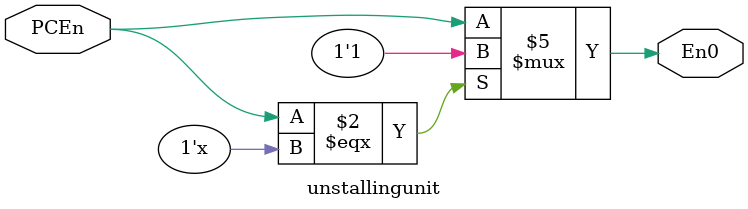
<source format=v>
/*
* File Name: unstallingunit.v
* Function: This module is placed between PC and control unit, it takes
* PCEn pin of main control unit as input, its output is connected to PC's
* EN0 pin.
* The logical behavior is described below:
* Whenever its input is x(don't care), it always outputs HIGH, otherwise
* it outputs the value of input.
* The reason to put this temporary bypass device is to ensure PC is still
* counting during the 2nd clock cycle of a program, since control signals
* can only be valid after 2nd clock cycle because the pipeline architecture
* needs 1 clock cycle to store instruction to pipeline register.
*/

module unstallingunit ( input wire PCEn,
                        output reg En0);


initial begin
    En0 = 1'b1;
end

always @(PCEn) begin
    if (PCEn === 1'bx) begin
        En0 = 1'b1;
    end else begin
        En0 = PCEn;
    end
end

endmodule

</source>
